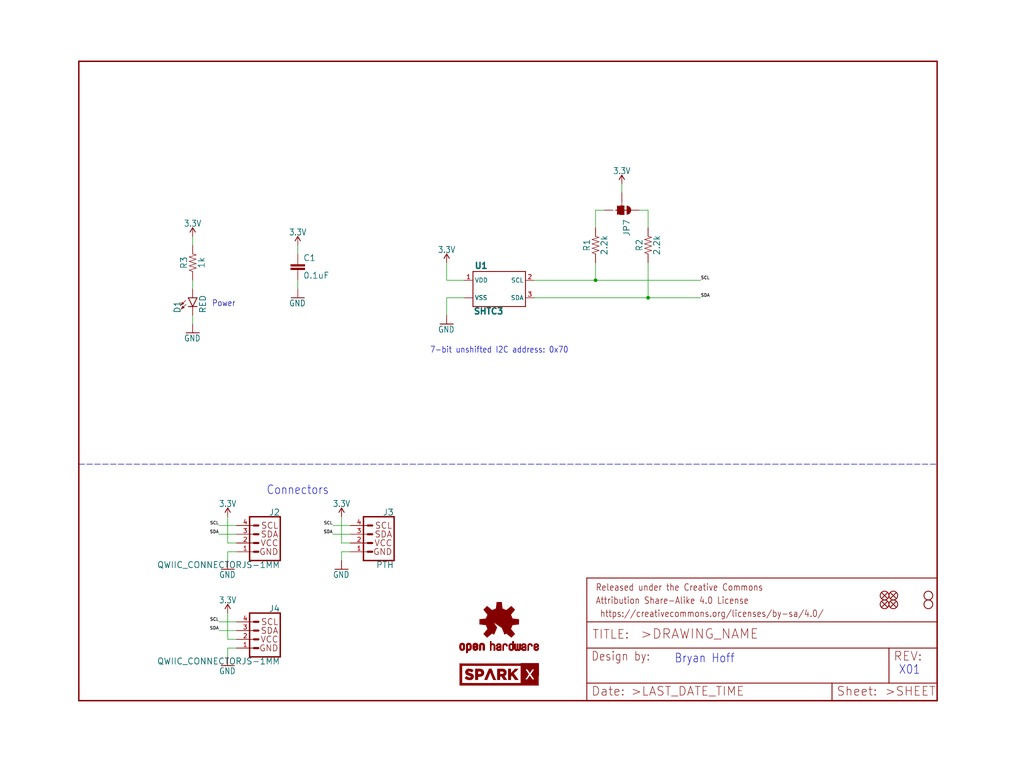
<source format=kicad_sch>
(kicad_sch (version 20211123) (generator eeschema)
  (paper "User" 297.002 223.926)
  (lib_symbols
    (symbol "eagleSchem-eagle-import:0.1UF-0603-25V-(+80{slash}-20%)"
      (property "Reference" "C" (at 1.524 2.921 0))
      (property "Value" "0.1UF-0603-25V-(+80{slash}-20%)" (at 1.524 -2.159 0))
      (symbol "0.1UF-0603-25V-(+80{slash}-20%)_1_0"
        (pin passive line (at 0 5.08 270) (length 2.54) (name "1") (number "1"))
        (pin passive line (at 0 -2.54 90) (length 2.54) (name "2") (number "2"))
      )
    )
    (symbol "eagleSchem-eagle-import:1KOHM-0603-1{slash}10W-1%"
      (property "Reference" "R" (at 0 1.524 0))
      (property "Value" "1KOHM-0603-1{slash}10W-1%" (at 0 -1.524 0))
      (symbol "1KOHM-0603-1{slash}10W-1%_1_0"
        (pin passive line (at -5.08 0 0) (length 2.54) (name "1") (number "1"))
        (pin passive line (at 5.08 0 180) (length 2.54) (name "2") (number "2"))
      )
    )
    (symbol "eagleSchem-eagle-import:2.2KOHM-0603-1{slash}10W-1%"
      (property "Reference" "R" (at 0 1.524 0))
      (property "Value" "2.2KOHM-0603-1{slash}10W-1%" (at 0 -1.524 0))
      (symbol "2.2KOHM-0603-1{slash}10W-1%_1_0"
        (pin passive line (at -5.08 0 0) (length 2.54) (name "1") (number "1"))
        (pin passive line (at 5.08 0 180) (length 2.54) (name "2") (number "2"))
      )
    )
    (symbol "eagleSchem-eagle-import:3.3V" (power)
      (property "Value" "3.3V" (at 0 2.794 0))
      (symbol "3.3V_1_0"
        (pin power_in line (at 0 0 90) (length 2.54) (name "3.3V") (number "1"))
      )
    )
    (symbol "eagleSchem-eagle-import:FIDUCIALUFIDUCIAL")
    (symbol "eagleSchem-eagle-import:FRAME-LETTER"
      (symbol "FRAME-LETTER_2_0"
        (text " https://creativecommons.org/licenses/by-sa/4.0/" (at 2.54 24.13 0) (effects (font (size 1.9304 1.6408)) (justify left bottom)))
        (text ">DRAWING_NAME" (at 15.494 17.78 0) (effects (font (size 2.7432 2.7432)) (justify left bottom)))
        (text ">LAST_DATE_TIME" (at 12.7 1.27 0) (effects (font (size 2.54 2.54)) (justify left bottom)))
        (text ">SHEET" (at 86.36 1.27 0) (effects (font (size 2.54 2.54)) (justify left bottom)))
        (text "Attribution Share-Alike 4.0 License" (at 2.54 27.94 0) (effects (font (size 1.9304 1.6408)) (justify left bottom)))
        (text "Date:" (at 1.27 1.27 0) (effects (font (size 2.54 2.54)) (justify left bottom)))
        (text "Design by:" (at 1.27 11.43 0) (effects (font (size 2.54 2.159)) (justify left bottom)))
        (text "Released under the Creative Commons" (at 2.54 31.75 0) (effects (font (size 1.9304 1.6408)) (justify left bottom)))
        (text "REV:" (at 88.9 11.43 0) (effects (font (size 2.54 2.54)) (justify left bottom)))
        (text "Sheet:" (at 72.39 1.27 0) (effects (font (size 2.54 2.54)) (justify left bottom)))
        (text "TITLE:" (at 1.524 17.78 0) (effects (font (size 2.54 2.54)) (justify left bottom)))
      )
    )
    (symbol "eagleSchem-eagle-import:GND" (power)
      (property "Value" "GND" (at -2.54 -2.54 0))
      (symbol "GND_1_0"
        (pin power_in line (at 0 2.54 270) (length 2.54) (name "GND") (number "1"))
      )
    )
    (symbol "eagleSchem-eagle-import:I2C_STANDARD_NO_SILK"
      (property "Reference" "J" (at -5.08 7.874 0))
      (property "Value" "I2C_STANDARD_NO_SILK" (at -5.08 -5.334 0))
      (symbol "I2C_STANDARD_NO_SILK_1_0"
        (text "GND" (at -4.572 -2.54 0) (effects (font (size 1.778 1.778)) (justify left)))
        (text "SCL" (at -4.572 5.08 0) (effects (font (size 1.778 1.778)) (justify left)))
        (text "SDA" (at -4.572 2.54 0) (effects (font (size 1.778 1.778)) (justify left)))
        (text "VCC" (at -4.572 0 0) (effects (font (size 1.778 1.778)) (justify left)))
        (pin power_in line (at 7.62 -2.54 180) (length 5.08) (name "GND") (number "1"))
        (pin power_in line (at 7.62 0 180) (length 5.08) (name "VCC") (number "2"))
        (pin passive line (at 7.62 2.54 180) (length 5.08) (name "SDA") (number "3"))
        (pin passive line (at 7.62 5.08 180) (length 5.08) (name "SCL") (number "4"))
      )
    )
    (symbol "eagleSchem-eagle-import:JUMPER-SMT_3_2-NC_TRACE_SILK"
      (property "Reference" "JP" (at 2.54 0.381 0))
      (property "Value" "JUMPER-SMT_3_2-NC_TRACE_SILK" (at 2.54 -0.381 0))
      (symbol "JUMPER-SMT_3_2-NC_TRACE_SILK_1_0"
        (pin passive line (at 0 5.08 270) (length 2.54) (name "1") (number "1"))
        (pin passive line (at -5.08 0 0) (length 2.54) (name "2") (number "2"))
        (pin passive line (at 0 -5.08 90) (length 2.54) (name "3") (number "3"))
      )
    )
    (symbol "eagleSchem-eagle-import:LED-RED0603"
      (property "Reference" "D" (at -3.429 -4.572 90))
      (property "Value" "LED-RED0603" (at 1.905 -4.572 90))
      (symbol "LED-RED0603_1_0"
        (pin passive line (at 0 2.54 270) (length 2.54) (name "A") (number "A"))
        (pin passive line (at 0 -5.08 90) (length 2.54) (name "C") (number "C"))
      )
    )
    (symbol "eagleSchem-eagle-import:OSHW-LOGOMINI")
    (symbol "eagleSchem-eagle-import:QWIIC_CONNECTORJS-1MM"
      (property "Reference" "J" (at -5.08 7.874 0))
      (property "Value" "QWIIC_CONNECTORJS-1MM" (at -5.08 -5.334 0))
      (symbol "QWIIC_CONNECTORJS-1MM_1_0"
        (text "GND" (at -4.572 -2.54 0) (effects (font (size 1.778 1.778)) (justify left)))
        (text "SCL" (at -4.572 5.08 0) (effects (font (size 1.778 1.778)) (justify left)))
        (text "SDA" (at -4.572 2.54 0) (effects (font (size 1.778 1.778)) (justify left)))
        (text "VCC" (at -4.572 0 0) (effects (font (size 1.778 1.778)) (justify left)))
        (pin power_in line (at 7.62 -2.54 180) (length 5.08) (name "1") (number "1"))
        (pin power_in line (at 7.62 0 180) (length 5.08) (name "2") (number "2"))
        (pin passive line (at 7.62 2.54 180) (length 5.08) (name "3") (number "3"))
        (pin passive line (at 7.62 5.08 180) (length 5.08) (name "4") (number "4"))
      )
    )
    (symbol "eagleSchem-eagle-import:SHTC3"
      (property "Reference" "U" (at -7.366 5.588 0))
      (property "Value" "SHTC3" (at -7.62 -7.62 0))
      (symbol "SHTC3_1_0"
        (pin bidirectional line (at -10.16 2.54 0) (length 2.54) (name "VDD") (number "1"))
        (pin bidirectional line (at 10.16 2.54 180) (length 2.54) (name "SCL") (number "2"))
        (pin bidirectional line (at 10.16 -2.54 180) (length 2.54) (name "SDA") (number "3"))
        (pin bidirectional line (at -10.16 -2.54 0) (length 2.54) (name "VSS") (number "4"))
        (pin bidirectional line (at -10.16 -2.54 0) (length 2.54) (name "VSS") (number "5"))
      )
    )
    (symbol "eagleSchem-eagle-import:SPARKX-LOGO4")
    (symbol "eagleSchem-eagle-import:STAND-OFF")
  )
  (junction (at 187.96 86.36))
  (junction (at 172.72 81.28))
  (wire (pts (xy 172.72 66.04) (xy 172.72 60.96)))
  (wire (pts (xy 129.54 81.28) (xy 129.54 76.2)))
  (wire (pts (xy 101.6 157.48) (xy 99.06 157.48)))
  (wire (pts (xy 66.04 187.96) (xy 66.04 190.5)))
  (wire (pts (xy 55.88 93.98) (xy 55.88 91.44)))
  (wire (pts (xy 180.34 55.88) (xy 180.34 53.34)))
  (wire (pts (xy 68.58 182.88) (xy 63.5 182.88)))
  (wire (pts (xy 187.96 86.36) (xy 154.94 86.36)))
  (wire (pts (xy 172.72 60.96) (xy 175.26 60.96)))
  (wire (pts (xy 68.58 185.42) (xy 66.04 185.42)))
  (wire (pts (xy 68.58 180.34) (xy 63.5 180.34)))
  (wire (pts (xy 66.04 185.42) (xy 66.04 177.8)))
  (wire (pts (xy 172.72 76.2) (xy 172.72 81.28)))
  (wire (pts (xy 86.36 83.82) (xy 86.36 81.28)))
  (wire (pts (xy 101.6 160.02) (xy 99.06 160.02)))
  (wire (pts (xy 99.06 157.48) (xy 99.06 149.86)))
  (wire (pts (xy 68.58 152.4) (xy 63.5 152.4)))
  (wire (pts (xy 68.58 160.02) (xy 66.04 160.02)))
  (wire (pts (xy 68.58 157.48) (xy 66.04 157.48)))
  (wire (pts (xy 134.62 86.36) (xy 129.54 86.36)))
  (wire (pts (xy 187.96 86.36) (xy 203.2 86.36)))
  (wire (pts (xy 66.04 160.02) (xy 66.04 162.56)))
  (wire (pts (xy 101.6 154.94) (xy 96.52 154.94)))
  (wire (pts (xy 187.96 76.2) (xy 187.96 86.36)))
  (wire (pts (xy 55.88 83.82) (xy 55.88 81.28)))
  (wire (pts (xy 101.6 152.4) (xy 96.52 152.4)))
  (wire (pts (xy 68.58 187.96) (xy 66.04 187.96)))
  (wire (pts (xy 172.72 81.28) (xy 203.2 81.28)))
  (wire (pts (xy 172.72 81.28) (xy 154.94 81.28)))
  (wire (pts (xy 187.96 66.04) (xy 187.96 60.96)))
  (wire (pts (xy 99.06 160.02) (xy 99.06 162.56)))
  (wire (pts (xy 187.96 60.96) (xy 185.42 60.96)))
  (wire (pts (xy 68.58 154.94) (xy 63.5 154.94)))
  (wire (pts (xy 134.62 81.28) (xy 129.54 81.28)))
  (wire (pts (xy 129.54 86.36) (xy 129.54 91.44)))
  (wire (pts (xy 55.88 71.12) (xy 55.88 68.58)))
  (polyline (pts (xy 22.86 134.62) (xy 271.78 134.62)))
  (wire (pts (xy 66.04 157.48) (xy 66.04 149.86)))
  (wire (pts (xy 86.36 73.66) (xy 86.36 71.12)))
  (text "Bryan Hoff" (at 195.58 192.532 180) (effects (font (size 2.54 2.159)) (justify left bottom)))
  (text "7-bit unshifted I2C address: 0x70" (at 144.78 101.6 180) (effects (font (size 1.778 1.5113))))
  (text "Connectors" (at 86.36 142.24 180) (effects (font (size 2.54 2.159))))
  (text "X01" (at 260.604 195.834 180) (effects (font (size 2.54 2.159)) (justify left bottom)))
  (text "Power" (at 61.468 89.154 180) (effects (font (size 1.778 1.5113)) (justify left bottom)))
  (label "SCL" (at 63.5 180.34 180) (effects (font (size 0.889 0.889))))
  (label "SCL" (at 63.5 152.4 180) (effects (font (size 0.889 0.889))))
  (label "SDA" (at 96.52 154.94 180) (effects (font (size 0.889 0.889))))
  (label "SDA" (at 63.5 154.94 180) (effects (font (size 0.889 0.889))))
  (label "SDA" (at 203.2 86.36 0) (effects (font (size 0.889 0.889))))
  (label "SCL" (at 96.52 152.4 180) (effects (font (size 0.889 0.889))))
  (label "SCL" (at 203.2 81.28 0) (effects (font (size 0.889 0.889))))
  (label "SDA" (at 63.5 182.88 180) (effects (font (size 0.889 0.889))))
  (symbol (lib_id "eagleSchem-eagle-import:QWIIC_CONNECTORJS-1MM") (at 76.2 185.42 0) (mirror y) (unit 1)
    (property "Reference" "J4" (at 81.28 177.546 0) (effects (font (size 1.778 1.778)) (justify left bottom)))
    (property "Value" "QWIIC_CONNECTORJS-1MM" (at 81.28 190.754 0) (effects (font (size 1.778 1.778)) (justify left top)))
    (property "Footprint" "eagleSchem:1X04_1MM_RA" (effects hide))
  )
  (symbol (lib_id "eagleSchem-eagle-import:SHTC3") (at 144.78 83.82 0) (unit 1)
    (property "Reference" "U1" (at 137.414 78.232 0) (effects (font (size 1.778 1.778) bold) (justify left bottom)))
    (property "Value" "SHTC3" (at 137.16 91.44 0) (effects (font (size 1.778 1.778) bold) (justify left bottom)))
    (property "Footprint" "eagleSchem:SHTC3" (effects hide))
  )
  (symbol (lib_id "eagleSchem-eagle-import:GND") (at 86.36 86.36 0) (unit 1)
    (property "Reference" "#GND2" (effects hide))
    (property "Value" "GND" (at 83.82 88.9 0) (effects (font (size 1.778 1.5113)) (justify left bottom)))
    (property "Footprint" "eagleSchem:" (effects hide))
  )
  (symbol (lib_id "eagleSchem-eagle-import:SPARKX-LOGO4") (at 144.78 195.58 0) (unit 1)
    (property "Reference" "U$2" (effects hide))
    (property "Value" "SPARKX-LOGO4" (effects hide))
    (property "Footprint" "eagleSchem:SPARKX-MEDIUM" (effects hide))
  )
  (symbol (lib_id "eagleSchem-eagle-import:GND") (at 55.88 96.52 0) (unit 1)
    (property "Reference" "#GND3" (effects hide))
    (property "Value" "GND" (at 53.34 99.06 0) (effects (font (size 1.778 1.5113)) (justify left bottom)))
    (property "Footprint" "eagleSchem:" (effects hide))
  )
  (symbol (lib_id "eagleSchem-eagle-import:2.2KOHM-0603-1{slash}10W-1%") (at 187.96 71.12 90) (unit 1)
    (property "Reference" "R2" (at 186.436 71.12 0) (effects (font (size 1.778 1.778)) (justify bottom)))
    (property "Value" "2.2k" (at 189.484 71.12 0) (effects (font (size 1.778 1.778)) (justify top)))
    (property "Footprint" "eagleSchem:0603" (effects hide))
  )
  (symbol (lib_id "eagleSchem-eagle-import:GND") (at 66.04 165.1 0) (unit 1)
    (property "Reference" "#GND6" (effects hide))
    (property "Value" "GND" (at 63.5 167.64 0) (effects (font (size 1.778 1.5113)) (justify left bottom)))
    (property "Footprint" "eagleSchem:" (effects hide))
  )
  (symbol (lib_id "eagleSchem-eagle-import:3.3V") (at 99.06 149.86 0) (unit 1)
    (property "Reference" "#SUPPLY7" (effects hide))
    (property "Value" "3.3V" (at 99.06 147.066 0) (effects (font (size 1.778 1.5113)) (justify bottom)))
    (property "Footprint" "eagleSchem:" (effects hide))
  )
  (symbol (lib_id "eagleSchem-eagle-import:STAND-OFF") (at 269.24 175.26 0) (unit 1)
    (property "Reference" "JP4" (effects hide))
    (property "Value" "STAND-OFF" (effects hide))
    (property "Footprint" "eagleSchem:STAND-OFF" (effects hide))
  )
  (symbol (lib_id "eagleSchem-eagle-import:QWIIC_CONNECTORJS-1MM") (at 76.2 157.48 0) (mirror y) (unit 1)
    (property "Reference" "J2" (at 81.28 149.606 0) (effects (font (size 1.778 1.778)) (justify left bottom)))
    (property "Value" "QWIIC_CONNECTORJS-1MM" (at 81.28 162.814 0) (effects (font (size 1.778 1.778)) (justify left top)))
    (property "Footprint" "eagleSchem:1X04_1MM_RA" (effects hide))
  )
  (symbol (lib_id "eagleSchem-eagle-import:3.3V") (at 86.36 71.12 0) (unit 1)
    (property "Reference" "#SUPPLY3" (effects hide))
    (property "Value" "3.3V" (at 86.36 68.326 0) (effects (font (size 1.778 1.5113)) (justify bottom)))
    (property "Footprint" "eagleSchem:" (effects hide))
  )
  (symbol (lib_id "eagleSchem-eagle-import:LED-RED0603") (at 55.88 86.36 0) (unit 1)
    (property "Reference" "D1" (at 52.451 90.932 90) (effects (font (size 1.778 1.778)) (justify left bottom)))
    (property "Value" "RED" (at 57.785 90.932 90) (effects (font (size 1.778 1.778)) (justify left top)))
    (property "Footprint" "eagleSchem:LED-0603" (effects hide))
  )
  (symbol (lib_id "eagleSchem-eagle-import:0.1UF-0603-25V-(+80{slash}-20%)") (at 86.36 78.74 0) (unit 1)
    (property "Reference" "C1" (at 87.884 75.819 0) (effects (font (size 1.778 1.778)) (justify left bottom)))
    (property "Value" "0.1uF" (at 87.884 80.899 0) (effects (font (size 1.778 1.778)) (justify left bottom)))
    (property "Footprint" "eagleSchem:0603" (effects hide))
  )
  (symbol (lib_id "eagleSchem-eagle-import:I2C_STANDARD_NO_SILK") (at 109.22 157.48 0) (mirror y) (unit 1)
    (property "Reference" "J3" (at 114.3 149.606 0) (effects (font (size 1.778 1.778)) (justify left bottom)))
    (property "Value" "PTH" (at 114.3 162.814 0) (effects (font (size 1.778 1.778)) (justify left top)))
    (property "Footprint" "eagleSchem:1X04_NO_SILK" (effects hide))
  )
  (symbol (lib_id "eagleSchem-eagle-import:3.3V") (at 66.04 149.86 0) (unit 1)
    (property "Reference" "#SUPPLY4" (effects hide))
    (property "Value" "3.3V" (at 66.04 147.066 0) (effects (font (size 1.778 1.5113)) (justify bottom)))
    (property "Footprint" "eagleSchem:" (effects hide))
  )
  (symbol (lib_id "eagleSchem-eagle-import:SPARKX-LOGO4") (at 144.78 195.58 0) (unit 1)
    (property "Reference" "U$1" (effects hide))
    (property "Value" "SPARKX-LOGO4" (effects hide))
    (property "Footprint" "eagleSchem:SPARKX-MEDIUM" (effects hide))
  )
  (symbol (lib_id "eagleSchem-eagle-import:3.3V") (at 180.34 53.34 0) (unit 1)
    (property "Reference" "#SUPPLY2" (effects hide))
    (property "Value" "3.3V" (at 180.34 50.546 0) (effects (font (size 1.778 1.5113)) (justify bottom)))
    (property "Footprint" "eagleSchem:" (effects hide))
  )
  (symbol (lib_id "eagleSchem-eagle-import:FIDUCIALUFIDUCIAL") (at 259.08 175.26 0) (unit 1)
    (property "Reference" "JP1" (effects hide))
    (property "Value" "FIDUCIALUFIDUCIAL" (effects hide))
    (property "Footprint" "eagleSchem:MICRO-FIDUCIAL" (effects hide))
  )
  (symbol (lib_id "eagleSchem-eagle-import:2.2KOHM-0603-1{slash}10W-1%") (at 172.72 71.12 90) (unit 1)
    (property "Reference" "R1" (at 171.196 71.12 0) (effects (font (size 1.778 1.778)) (justify bottom)))
    (property "Value" "2.2k" (at 174.244 71.12 0) (effects (font (size 1.778 1.778)) (justify top)))
    (property "Footprint" "eagleSchem:0603" (effects hide))
  )
  (symbol (lib_id "eagleSchem-eagle-import:FIDUCIALUFIDUCIAL") (at 259.08 172.72 0) (unit 1)
    (property "Reference" "JP6" (effects hide))
    (property "Value" "FIDUCIALUFIDUCIAL" (effects hide))
    (property "Footprint" "eagleSchem:MICRO-FIDUCIAL" (effects hide))
  )
  (symbol (lib_id "eagleSchem-eagle-import:3.3V") (at 66.04 177.8 0) (unit 1)
    (property "Reference" "#SUPPLY8" (effects hide))
    (property "Value" "3.3V" (at 66.04 175.006 0) (effects (font (size 1.778 1.5113)) (justify bottom)))
    (property "Footprint" "eagleSchem:" (effects hide))
  )
  (symbol (lib_id "eagleSchem-eagle-import:3.3V") (at 55.88 68.58 0) (unit 1)
    (property "Reference" "#SUPPLY10" (effects hide))
    (property "Value" "3.3V" (at 55.88 65.786 0) (effects (font (size 1.778 1.5113)) (justify bottom)))
    (property "Footprint" "eagleSchem:" (effects hide))
  )
  (symbol (lib_id "eagleSchem-eagle-import:FIDUCIALUFIDUCIAL") (at 256.54 175.26 0) (unit 1)
    (property "Reference" "JP5" (effects hide))
    (property "Value" "FIDUCIALUFIDUCIAL" (effects hide))
    (property "Footprint" "eagleSchem:MICRO-FIDUCIAL" (effects hide))
  )
  (symbol (lib_id "eagleSchem-eagle-import:GND") (at 66.04 193.04 0) (unit 1)
    (property "Reference" "#GND8" (effects hide))
    (property "Value" "GND" (at 63.5 195.58 0) (effects (font (size 1.778 1.5113)) (justify left bottom)))
    (property "Footprint" "eagleSchem:" (effects hide))
  )
  (symbol (lib_id "eagleSchem-eagle-import:STAND-OFF") (at 269.24 172.72 0) (unit 1)
    (property "Reference" "JP3" (effects hide))
    (property "Value" "STAND-OFF" (effects hide))
    (property "Footprint" "eagleSchem:STAND-OFF" (effects hide))
  )
  (symbol (lib_id "eagleSchem-eagle-import:GND") (at 99.06 165.1 0) (unit 1)
    (property "Reference" "#GND7" (effects hide))
    (property "Value" "GND" (at 96.52 167.64 0) (effects (font (size 1.778 1.5113)) (justify left bottom)))
    (property "Footprint" "eagleSchem:" (effects hide))
  )
  (symbol (lib_id "eagleSchem-eagle-import:OSHW-LOGOMINI") (at 144.78 180.34 0) (unit 1)
    (property "Reference" "LOGO1" (effects hide))
    (property "Value" "OSHW-LOGOMINI" (effects hide))
    (property "Footprint" "eagleSchem:OSHW-LOGO-MINI" (effects hide))
  )
  (symbol (lib_id "eagleSchem-eagle-import:1KOHM-0603-1{slash}10W-1%") (at 55.88 76.2 90) (unit 1)
    (property "Reference" "R3" (at 54.356 76.2 0) (effects (font (size 1.778 1.778)) (justify bottom)))
    (property "Value" "1k" (at 57.404 76.2 0) (effects (font (size 1.778 1.778)) (justify top)))
    (property "Footprint" "eagleSchem:0603" (effects hide))
  )
  (symbol (lib_id "eagleSchem-eagle-import:JUMPER-SMT_3_2-NC_TRACE_SILK") (at 180.34 60.96 270) (unit 1)
    (property "Reference" "JP7" (at 180.721 63.5 0) (effects (font (size 1.778 1.778)) (justify left bottom)))
    (property "Value" "JUMPER-SMT_3_2-NC_TRACE_SILK" (effects hide))
    (property "Footprint" "eagleSchem:SMT-JUMPER_3_2-NC_TRACE_SILK" (effects hide))
  )
  (symbol (lib_id "eagleSchem-eagle-import:GND") (at 129.54 93.98 0) (unit 1)
    (property "Reference" "#GND1" (effects hide))
    (property "Value" "GND" (at 127 96.52 0) (effects (font (size 1.778 1.5113)) (justify left bottom)))
    (property "Footprint" "eagleSchem:" (effects hide))
  )
  (symbol (lib_id "eagleSchem-eagle-import:3.3V") (at 129.54 76.2 0) (unit 1)
    (property "Reference" "#SUPPLY1" (effects hide))
    (property "Value" "3.3V" (at 129.54 73.406 0) (effects (font (size 1.778 1.5113)) (justify bottom)))
    (property "Footprint" "eagleSchem:" (effects hide))
  )
  (symbol (lib_id "eagleSchem-eagle-import:FIDUCIALUFIDUCIAL") (at 256.54 172.72 0) (unit 1)
    (property "Reference" "JP2" (effects hide))
    (property "Value" "FIDUCIALUFIDUCIAL" (effects hide))
    (property "Footprint" "eagleSchem:MICRO-FIDUCIAL" (effects hide))
  )
  (symbol (lib_id "eagleSchem-eagle-import:FRAME-LETTER") (at 22.86 203.2 0) (unit 1)
    (property "Reference" "FRAME1" (effects hide))
    (property "Value" "FRAME-LETTER" (effects hide))
    (property "Footprint" "eagleSchem:CREATIVE_COMMONS" (effects hide))
  )
  (symbol (lib_id "eagleSchem-eagle-import:FRAME-LETTER") (at 170.18 203.2 0) (unit 2)
    (property "Reference" "FRAME1" (effects hide))
    (property "Value" "FRAME-LETTER" (effects hide))
    (property "Footprint" "eagleSchem:CREATIVE_COMMONS" (effects hide))
  )
)
</source>
